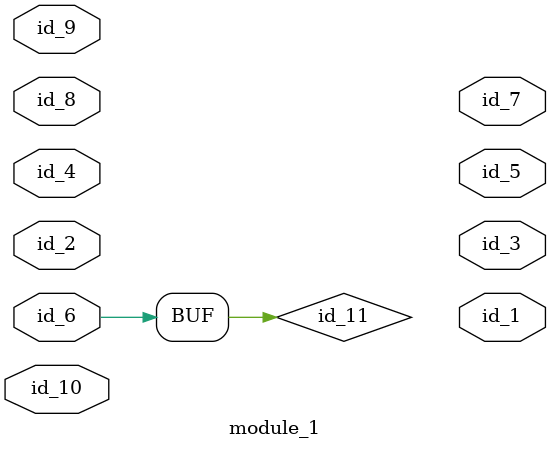
<source format=v>
module module_0 (
    id_1,
    id_2
);
  inout wire id_2;
  input wire id_1;
  wire id_3;
  localparam id_4 = id_3 - "" + 1'b0;
  wire id_5;
  wire id_6;
  wire id_7, id_8;
endmodule
module module_1 (
    id_1,
    id_2,
    id_3,
    id_4,
    id_5,
    id_6,
    id_7,
    id_8,
    id_9,
    id_10
);
  input wire id_10;
  input wire id_9;
  input wire id_8;
  output wire id_7;
  input wire id_6;
  output wire id_5;
  input wire id_4;
  output wire id_3;
  input wire id_2;
  output wire id_1;
  wire id_11 = id_6;
  module_0 modCall_1 (
      id_2,
      id_11
  );
endmodule

</source>
